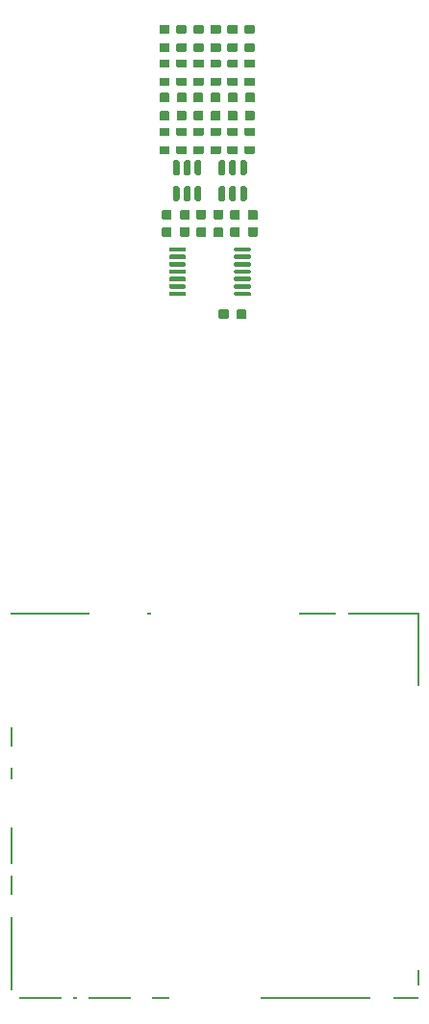
<source format=gbp>
G04 #@! TF.GenerationSoftware,KiCad,Pcbnew,7.0.7-7.0.7~ubuntu22.04.1*
G04 #@! TF.CreationDate,2023-09-10T05:13:53+00:00*
G04 #@! TF.ProjectId,hellen-112-17,68656c6c-656e-42d3-9131-322d31372e6b,B*
G04 #@! TF.SameCoordinates,Original*
G04 #@! TF.FileFunction,Paste,Bot*
G04 #@! TF.FilePolarity,Positive*
%FSLAX46Y46*%
G04 Gerber Fmt 4.6, Leading zero omitted, Abs format (unit mm)*
G04 Created by KiCad (PCBNEW 7.0.7-7.0.7~ubuntu22.04.1) date 2023-09-10 05:13:53*
%MOMM*%
%LPD*%
G01*
G04 APERTURE LIST*
%ADD10R,2.300000X0.200000*%
%ADD11R,3.700000X0.200000*%
%ADD12R,0.400000X0.200000*%
%ADD13R,1.600000X0.200000*%
%ADD14R,9.700000X0.200000*%
%ADD15R,0.200000X1.400000*%
%ADD16R,0.200000X6.400000*%
%ADD17R,0.200000X1.700000*%
%ADD18R,0.200000X3.300000*%
%ADD19R,0.200000X1.000000*%
%ADD20R,0.200000X1.800000*%
%ADD21R,7.000000X0.200000*%
%ADD22R,3.300000X0.200000*%
%ADD23R,6.300000X0.200000*%
G04 APERTURE END LIST*
D10*
G04 #@! TO.C,M4*
X60775005Y5124990D03*
D11*
X28575005Y5125000D03*
D12*
X31625005Y5125000D03*
D11*
X34675005Y5125000D03*
D13*
X39125005Y5125000D03*
D14*
X52775005Y5125000D03*
D15*
X61825005Y6925000D03*
D16*
X26025005Y9025000D03*
D17*
X26025005Y15075000D03*
D18*
X26025005Y18574990D03*
D19*
X26024995Y24925000D03*
D20*
X26025005Y28125000D03*
D16*
X61825005Y35825000D03*
D21*
X29424995Y38925000D03*
D12*
X38125005Y38925000D03*
D22*
X52975005Y38925000D03*
D23*
X58775005Y38925000D03*
G04 #@! TD*
G04 #@! TO.C,R49*
G36*
G01*
X43610000Y87650000D02*
X44390000Y87650000D01*
G75*
G02*
X44460000Y87580000I0J-70000D01*
G01*
X44460000Y87020000D01*
G75*
G02*
X44390000Y86950000I-70000J0D01*
G01*
X43610000Y86950000D01*
G75*
G02*
X43540000Y87020000I0J70000D01*
G01*
X43540000Y87580000D01*
G75*
G02*
X43610000Y87650000I70000J0D01*
G01*
G37*
G36*
G01*
X43610000Y86050000D02*
X44390000Y86050000D01*
G75*
G02*
X44460000Y85980000I0J-70000D01*
G01*
X44460000Y85420000D01*
G75*
G02*
X44390000Y85350000I-70000J0D01*
G01*
X43610000Y85350000D01*
G75*
G02*
X43540000Y85420000I0J70000D01*
G01*
X43540000Y85980000D01*
G75*
G02*
X43610000Y86050000I70000J0D01*
G01*
G37*
G04 #@! TD*
G04 #@! TO.C,C16*
G36*
G01*
X39160000Y84715001D02*
X39840000Y84715001D01*
G75*
G02*
X39925000Y84630001I0J-85000D01*
G01*
X39925000Y83950001D01*
G75*
G02*
X39840000Y83865001I-85000J0D01*
G01*
X39160000Y83865001D01*
G75*
G02*
X39075000Y83950001I0J85000D01*
G01*
X39075000Y84630001D01*
G75*
G02*
X39160000Y84715001I85000J0D01*
G01*
G37*
G36*
G01*
X39160000Y83134999D02*
X39840000Y83134999D01*
G75*
G02*
X39925000Y83049999I0J-85000D01*
G01*
X39925000Y82369999D01*
G75*
G02*
X39840000Y82284999I-85000J0D01*
G01*
X39160000Y82284999D01*
G75*
G02*
X39075000Y82369999I0J85000D01*
G01*
X39075000Y83049999D01*
G75*
G02*
X39160000Y83134999I85000J0D01*
G01*
G37*
G04 #@! TD*
G04 #@! TO.C,C17*
G36*
G01*
X42160000Y84715001D02*
X42840000Y84715001D01*
G75*
G02*
X42925000Y84630001I0J-85000D01*
G01*
X42925000Y83950001D01*
G75*
G02*
X42840000Y83865001I-85000J0D01*
G01*
X42160000Y83865001D01*
G75*
G02*
X42075000Y83950001I0J85000D01*
G01*
X42075000Y84630001D01*
G75*
G02*
X42160000Y84715001I85000J0D01*
G01*
G37*
G36*
G01*
X42160000Y83134999D02*
X42840000Y83134999D01*
G75*
G02*
X42925000Y83049999I0J-85000D01*
G01*
X42925000Y82369999D01*
G75*
G02*
X42840000Y82284999I-85000J0D01*
G01*
X42160000Y82284999D01*
G75*
G02*
X42075000Y82369999I0J85000D01*
G01*
X42075000Y83049999D01*
G75*
G02*
X42160000Y83134999I85000J0D01*
G01*
G37*
G04 #@! TD*
G04 #@! TO.C,R48*
G36*
G01*
X44390000Y79350000D02*
X43610000Y79350000D01*
G75*
G02*
X43540000Y79420000I0J70000D01*
G01*
X43540000Y79980000D01*
G75*
G02*
X43610000Y80050000I70000J0D01*
G01*
X44390000Y80050000D01*
G75*
G02*
X44460000Y79980000I0J-70000D01*
G01*
X44460000Y79420000D01*
G75*
G02*
X44390000Y79350000I-70000J0D01*
G01*
G37*
G36*
G01*
X44390000Y80950000D02*
X43610000Y80950000D01*
G75*
G02*
X43540000Y81020000I0J70000D01*
G01*
X43540000Y81580000D01*
G75*
G02*
X43610000Y81650000I70000J0D01*
G01*
X44390000Y81650000D01*
G75*
G02*
X44460000Y81580000I0J-70000D01*
G01*
X44460000Y81020000D01*
G75*
G02*
X44390000Y80950000I-70000J0D01*
G01*
G37*
G04 #@! TD*
G04 #@! TO.C,C18*
G36*
G01*
X40660000Y84715001D02*
X41340000Y84715001D01*
G75*
G02*
X41425000Y84630001I0J-85000D01*
G01*
X41425000Y83950001D01*
G75*
G02*
X41340000Y83865001I-85000J0D01*
G01*
X40660000Y83865001D01*
G75*
G02*
X40575000Y83950001I0J85000D01*
G01*
X40575000Y84630001D01*
G75*
G02*
X40660000Y84715001I85000J0D01*
G01*
G37*
G36*
G01*
X40660000Y83134999D02*
X41340000Y83134999D01*
G75*
G02*
X41425000Y83049999I0J-85000D01*
G01*
X41425000Y82369999D01*
G75*
G02*
X41340000Y82284999I-85000J0D01*
G01*
X40660000Y82284999D01*
G75*
G02*
X40575000Y82369999I0J85000D01*
G01*
X40575000Y83049999D01*
G75*
G02*
X40660000Y83134999I85000J0D01*
G01*
G37*
G04 #@! TD*
G04 #@! TO.C,R29*
G36*
G01*
X45110000Y87650000D02*
X45890000Y87650000D01*
G75*
G02*
X45960000Y87580000I0J-70000D01*
G01*
X45960000Y87020000D01*
G75*
G02*
X45890000Y86950000I-70000J0D01*
G01*
X45110000Y86950000D01*
G75*
G02*
X45040000Y87020000I0J70000D01*
G01*
X45040000Y87580000D01*
G75*
G02*
X45110000Y87650000I70000J0D01*
G01*
G37*
G36*
G01*
X45110000Y86050000D02*
X45890000Y86050000D01*
G75*
G02*
X45960000Y85980000I0J-70000D01*
G01*
X45960000Y85420000D01*
G75*
G02*
X45890000Y85350000I-70000J0D01*
G01*
X45110000Y85350000D01*
G75*
G02*
X45040000Y85420000I0J70000D01*
G01*
X45040000Y85980000D01*
G75*
G02*
X45110000Y86050000I70000J0D01*
G01*
G37*
G04 #@! TD*
G04 #@! TO.C,U2*
G36*
G01*
X39900000Y66950000D02*
X39900000Y67150000D01*
G75*
G02*
X40000000Y67250000I100000J0D01*
G01*
X41275000Y67250000D01*
G75*
G02*
X41375000Y67150000I0J-100000D01*
G01*
X41375000Y66950000D01*
G75*
G02*
X41275000Y66850000I-100000J0D01*
G01*
X40000000Y66850000D01*
G75*
G02*
X39900000Y66950000I0J100000D01*
G01*
G37*
G36*
G01*
X39900000Y67600000D02*
X39900000Y67800000D01*
G75*
G02*
X40000000Y67900000I100000J0D01*
G01*
X41275000Y67900000D01*
G75*
G02*
X41375000Y67800000I0J-100000D01*
G01*
X41375000Y67600000D01*
G75*
G02*
X41275000Y67500000I-100000J0D01*
G01*
X40000000Y67500000D01*
G75*
G02*
X39900000Y67600000I0J100000D01*
G01*
G37*
G36*
G01*
X39900000Y68250000D02*
X39900000Y68450000D01*
G75*
G02*
X40000000Y68550000I100000J0D01*
G01*
X41275000Y68550000D01*
G75*
G02*
X41375000Y68450000I0J-100000D01*
G01*
X41375000Y68250000D01*
G75*
G02*
X41275000Y68150000I-100000J0D01*
G01*
X40000000Y68150000D01*
G75*
G02*
X39900000Y68250000I0J100000D01*
G01*
G37*
G36*
G01*
X39900000Y68900000D02*
X39900000Y69100000D01*
G75*
G02*
X40000000Y69200000I100000J0D01*
G01*
X41275000Y69200000D01*
G75*
G02*
X41375000Y69100000I0J-100000D01*
G01*
X41375000Y68900000D01*
G75*
G02*
X41275000Y68800000I-100000J0D01*
G01*
X40000000Y68800000D01*
G75*
G02*
X39900000Y68900000I0J100000D01*
G01*
G37*
G36*
G01*
X39900000Y69550000D02*
X39900000Y69750000D01*
G75*
G02*
X40000000Y69850000I100000J0D01*
G01*
X41275000Y69850000D01*
G75*
G02*
X41375000Y69750000I0J-100000D01*
G01*
X41375000Y69550000D01*
G75*
G02*
X41275000Y69450000I-100000J0D01*
G01*
X40000000Y69450000D01*
G75*
G02*
X39900000Y69550000I0J100000D01*
G01*
G37*
G36*
G01*
X39900000Y70200000D02*
X39900000Y70400000D01*
G75*
G02*
X40000000Y70500000I100000J0D01*
G01*
X41275000Y70500000D01*
G75*
G02*
X41375000Y70400000I0J-100000D01*
G01*
X41375000Y70200000D01*
G75*
G02*
X41275000Y70100000I-100000J0D01*
G01*
X40000000Y70100000D01*
G75*
G02*
X39900000Y70200000I0J100000D01*
G01*
G37*
G36*
G01*
X39900000Y70850000D02*
X39900000Y71050000D01*
G75*
G02*
X40000000Y71150000I100000J0D01*
G01*
X41275000Y71150000D01*
G75*
G02*
X41375000Y71050000I0J-100000D01*
G01*
X41375000Y70850000D01*
G75*
G02*
X41275000Y70750000I-100000J0D01*
G01*
X40000000Y70750000D01*
G75*
G02*
X39900000Y70850000I0J100000D01*
G01*
G37*
G36*
G01*
X45625000Y70850000D02*
X45625000Y71050000D01*
G75*
G02*
X45725000Y71150000I100000J0D01*
G01*
X47000000Y71150000D01*
G75*
G02*
X47100000Y71050000I0J-100000D01*
G01*
X47100000Y70850000D01*
G75*
G02*
X47000000Y70750000I-100000J0D01*
G01*
X45725000Y70750000D01*
G75*
G02*
X45625000Y70850000I0J100000D01*
G01*
G37*
G36*
G01*
X45625000Y70200000D02*
X45625000Y70400000D01*
G75*
G02*
X45725000Y70500000I100000J0D01*
G01*
X47000000Y70500000D01*
G75*
G02*
X47100000Y70400000I0J-100000D01*
G01*
X47100000Y70200000D01*
G75*
G02*
X47000000Y70100000I-100000J0D01*
G01*
X45725000Y70100000D01*
G75*
G02*
X45625000Y70200000I0J100000D01*
G01*
G37*
G36*
G01*
X45625000Y69550000D02*
X45625000Y69750000D01*
G75*
G02*
X45725000Y69850000I100000J0D01*
G01*
X47000000Y69850000D01*
G75*
G02*
X47100000Y69750000I0J-100000D01*
G01*
X47100000Y69550000D01*
G75*
G02*
X47000000Y69450000I-100000J0D01*
G01*
X45725000Y69450000D01*
G75*
G02*
X45625000Y69550000I0J100000D01*
G01*
G37*
G36*
G01*
X45625000Y68900000D02*
X45625000Y69100000D01*
G75*
G02*
X45725000Y69200000I100000J0D01*
G01*
X47000000Y69200000D01*
G75*
G02*
X47100000Y69100000I0J-100000D01*
G01*
X47100000Y68900000D01*
G75*
G02*
X47000000Y68800000I-100000J0D01*
G01*
X45725000Y68800000D01*
G75*
G02*
X45625000Y68900000I0J100000D01*
G01*
G37*
G36*
G01*
X45625000Y68250000D02*
X45625000Y68450000D01*
G75*
G02*
X45725000Y68550000I100000J0D01*
G01*
X47000000Y68550000D01*
G75*
G02*
X47100000Y68450000I0J-100000D01*
G01*
X47100000Y68250000D01*
G75*
G02*
X47000000Y68150000I-100000J0D01*
G01*
X45725000Y68150000D01*
G75*
G02*
X45625000Y68250000I0J100000D01*
G01*
G37*
G36*
G01*
X45625000Y67600000D02*
X45625000Y67800000D01*
G75*
G02*
X45725000Y67900000I100000J0D01*
G01*
X47000000Y67900000D01*
G75*
G02*
X47100000Y67800000I0J-100000D01*
G01*
X47100000Y67600000D01*
G75*
G02*
X47000000Y67500000I-100000J0D01*
G01*
X45725000Y67500000D01*
G75*
G02*
X45625000Y67600000I0J100000D01*
G01*
G37*
G36*
G01*
X45625000Y66950000D02*
X45625000Y67150000D01*
G75*
G02*
X45725000Y67250000I100000J0D01*
G01*
X47000000Y67250000D01*
G75*
G02*
X47100000Y67150000I0J-100000D01*
G01*
X47100000Y66950000D01*
G75*
G02*
X47000000Y66850000I-100000J0D01*
G01*
X45725000Y66850000D01*
G75*
G02*
X45625000Y66950000I0J100000D01*
G01*
G37*
G04 #@! TD*
G04 #@! TO.C,C25*
G36*
G01*
X44590000Y72034999D02*
X43910000Y72034999D01*
G75*
G02*
X43825000Y72119999I0J85000D01*
G01*
X43825000Y72799999D01*
G75*
G02*
X43910000Y72884999I85000J0D01*
G01*
X44590000Y72884999D01*
G75*
G02*
X44675000Y72799999I0J-85000D01*
G01*
X44675000Y72119999D01*
G75*
G02*
X44590000Y72034999I-85000J0D01*
G01*
G37*
G36*
G01*
X44590000Y73615001D02*
X43910000Y73615001D01*
G75*
G02*
X43825000Y73700001I0J85000D01*
G01*
X43825000Y74380001D01*
G75*
G02*
X43910000Y74465001I85000J0D01*
G01*
X44590000Y74465001D01*
G75*
G02*
X44675000Y74380001I0J-85000D01*
G01*
X44675000Y73700001D01*
G75*
G02*
X44590000Y73615001I-85000J0D01*
G01*
G37*
G04 #@! TD*
G04 #@! TO.C,R32*
G36*
G01*
X41390000Y79350000D02*
X40610000Y79350000D01*
G75*
G02*
X40540000Y79420000I0J70000D01*
G01*
X40540000Y79980000D01*
G75*
G02*
X40610000Y80050000I70000J0D01*
G01*
X41390000Y80050000D01*
G75*
G02*
X41460000Y79980000I0J-70000D01*
G01*
X41460000Y79420000D01*
G75*
G02*
X41390000Y79350000I-70000J0D01*
G01*
G37*
G36*
G01*
X41390000Y80950000D02*
X40610000Y80950000D01*
G75*
G02*
X40540000Y81020000I0J70000D01*
G01*
X40540000Y81580000D01*
G75*
G02*
X40610000Y81650000I70000J0D01*
G01*
X41390000Y81650000D01*
G75*
G02*
X41460000Y81580000I0J-70000D01*
G01*
X41460000Y81020000D01*
G75*
G02*
X41390000Y80950000I-70000J0D01*
G01*
G37*
G04 #@! TD*
G04 #@! TO.C,R30*
G36*
G01*
X39890000Y79350000D02*
X39110000Y79350000D01*
G75*
G02*
X39040000Y79420000I0J70000D01*
G01*
X39040000Y79980000D01*
G75*
G02*
X39110000Y80050000I70000J0D01*
G01*
X39890000Y80050000D01*
G75*
G02*
X39960000Y79980000I0J-70000D01*
G01*
X39960000Y79420000D01*
G75*
G02*
X39890000Y79350000I-70000J0D01*
G01*
G37*
G36*
G01*
X39890000Y80950000D02*
X39110000Y80950000D01*
G75*
G02*
X39040000Y81020000I0J70000D01*
G01*
X39040000Y81580000D01*
G75*
G02*
X39110000Y81650000I70000J0D01*
G01*
X39890000Y81650000D01*
G75*
G02*
X39960000Y81580000I0J-70000D01*
G01*
X39960000Y81020000D01*
G75*
G02*
X39890000Y80950000I-70000J0D01*
G01*
G37*
G04 #@! TD*
G04 #@! TO.C,R43*
G36*
G01*
X45890000Y79350000D02*
X45110000Y79350000D01*
G75*
G02*
X45040000Y79420000I0J70000D01*
G01*
X45040000Y79980000D01*
G75*
G02*
X45110000Y80050000I70000J0D01*
G01*
X45890000Y80050000D01*
G75*
G02*
X45960000Y79980000I0J-70000D01*
G01*
X45960000Y79420000D01*
G75*
G02*
X45890000Y79350000I-70000J0D01*
G01*
G37*
G36*
G01*
X45890000Y80950000D02*
X45110000Y80950000D01*
G75*
G02*
X45040000Y81020000I0J70000D01*
G01*
X45040000Y81580000D01*
G75*
G02*
X45110000Y81650000I70000J0D01*
G01*
X45890000Y81650000D01*
G75*
G02*
X45960000Y81580000I0J-70000D01*
G01*
X45960000Y81020000D01*
G75*
G02*
X45890000Y80950000I-70000J0D01*
G01*
G37*
G04 #@! TD*
G04 #@! TO.C,C15*
G36*
G01*
X43660000Y84715001D02*
X44340000Y84715001D01*
G75*
G02*
X44425000Y84630001I0J-85000D01*
G01*
X44425000Y83950001D01*
G75*
G02*
X44340000Y83865001I-85000J0D01*
G01*
X43660000Y83865001D01*
G75*
G02*
X43575000Y83950001I0J85000D01*
G01*
X43575000Y84630001D01*
G75*
G02*
X43660000Y84715001I85000J0D01*
G01*
G37*
G36*
G01*
X43660000Y83134999D02*
X44340000Y83134999D01*
G75*
G02*
X44425000Y83049999I0J-85000D01*
G01*
X44425000Y82369999D01*
G75*
G02*
X44340000Y82284999I-85000J0D01*
G01*
X43660000Y82284999D01*
G75*
G02*
X43575000Y82369999I0J85000D01*
G01*
X43575000Y83049999D01*
G75*
G02*
X43660000Y83134999I85000J0D01*
G01*
G37*
G04 #@! TD*
G04 #@! TO.C,D11*
G36*
G01*
X46600000Y75200000D02*
X46300000Y75200000D01*
G75*
G02*
X46150000Y75350000I0J150000D01*
G01*
X46150000Y76375000D01*
G75*
G02*
X46300000Y76525000I150000J0D01*
G01*
X46600000Y76525000D01*
G75*
G02*
X46750000Y76375000I0J-150000D01*
G01*
X46750000Y75350000D01*
G75*
G02*
X46600000Y75200000I-150000J0D01*
G01*
G37*
G36*
G01*
X45650000Y75200000D02*
X45350000Y75200000D01*
G75*
G02*
X45200000Y75350000I0J150000D01*
G01*
X45200000Y76375000D01*
G75*
G02*
X45350000Y76525000I150000J0D01*
G01*
X45650000Y76525000D01*
G75*
G02*
X45800000Y76375000I0J-150000D01*
G01*
X45800000Y75350000D01*
G75*
G02*
X45650000Y75200000I-150000J0D01*
G01*
G37*
G36*
G01*
X44700000Y75200000D02*
X44400000Y75200000D01*
G75*
G02*
X44250000Y75350000I0J150000D01*
G01*
X44250000Y76375000D01*
G75*
G02*
X44400000Y76525000I150000J0D01*
G01*
X44700000Y76525000D01*
G75*
G02*
X44850000Y76375000I0J-150000D01*
G01*
X44850000Y75350000D01*
G75*
G02*
X44700000Y75200000I-150000J0D01*
G01*
G37*
G36*
G01*
X44700000Y77475000D02*
X44400000Y77475000D01*
G75*
G02*
X44250000Y77625000I0J150000D01*
G01*
X44250000Y78650000D01*
G75*
G02*
X44400000Y78800000I150000J0D01*
G01*
X44700000Y78800000D01*
G75*
G02*
X44850000Y78650000I0J-150000D01*
G01*
X44850000Y77625000D01*
G75*
G02*
X44700000Y77475000I-150000J0D01*
G01*
G37*
G36*
G01*
X45650000Y77475000D02*
X45350000Y77475000D01*
G75*
G02*
X45200000Y77625000I0J150000D01*
G01*
X45200000Y78650000D01*
G75*
G02*
X45350000Y78800000I150000J0D01*
G01*
X45650000Y78800000D01*
G75*
G02*
X45800000Y78650000I0J-150000D01*
G01*
X45800000Y77625000D01*
G75*
G02*
X45650000Y77475000I-150000J0D01*
G01*
G37*
G36*
G01*
X46600000Y77475000D02*
X46300000Y77475000D01*
G75*
G02*
X46150000Y77625000I0J150000D01*
G01*
X46150000Y78650000D01*
G75*
G02*
X46300000Y78800000I150000J0D01*
G01*
X46600000Y78800000D01*
G75*
G02*
X46750000Y78650000I0J-150000D01*
G01*
X46750000Y77625000D01*
G75*
G02*
X46600000Y77475000I-150000J0D01*
G01*
G37*
G04 #@! TD*
G04 #@! TO.C,C23*
G36*
G01*
X41715001Y72840000D02*
X41715001Y72160000D01*
G75*
G02*
X41630001Y72075000I-85000J0D01*
G01*
X40950001Y72075000D01*
G75*
G02*
X40865001Y72160000I0J85000D01*
G01*
X40865001Y72840000D01*
G75*
G02*
X40950001Y72925000I85000J0D01*
G01*
X41630001Y72925000D01*
G75*
G02*
X41715001Y72840000I0J-85000D01*
G01*
G37*
G36*
G01*
X40134999Y72840000D02*
X40134999Y72160000D01*
G75*
G02*
X40049999Y72075000I-85000J0D01*
G01*
X39369999Y72075000D01*
G75*
G02*
X39284999Y72160000I0J85000D01*
G01*
X39284999Y72840000D01*
G75*
G02*
X39369999Y72925000I85000J0D01*
G01*
X40049999Y72925000D01*
G75*
G02*
X40134999Y72840000I0J-85000D01*
G01*
G37*
G04 #@! TD*
G04 #@! TO.C,R25*
G36*
G01*
X39110000Y87650000D02*
X39890000Y87650000D01*
G75*
G02*
X39960000Y87580000I0J-70000D01*
G01*
X39960000Y87020000D01*
G75*
G02*
X39890000Y86950000I-70000J0D01*
G01*
X39110000Y86950000D01*
G75*
G02*
X39040000Y87020000I0J70000D01*
G01*
X39040000Y87580000D01*
G75*
G02*
X39110000Y87650000I70000J0D01*
G01*
G37*
G36*
G01*
X39110000Y86050000D02*
X39890000Y86050000D01*
G75*
G02*
X39960000Y85980000I0J-70000D01*
G01*
X39960000Y85420000D01*
G75*
G02*
X39890000Y85350000I-70000J0D01*
G01*
X39110000Y85350000D01*
G75*
G02*
X39040000Y85420000I0J70000D01*
G01*
X39040000Y85980000D01*
G75*
G02*
X39110000Y86050000I70000J0D01*
G01*
G37*
G04 #@! TD*
G04 #@! TO.C,C19*
G36*
G01*
X46660000Y84715001D02*
X47340000Y84715001D01*
G75*
G02*
X47425000Y84630001I0J-85000D01*
G01*
X47425000Y83950001D01*
G75*
G02*
X47340000Y83865001I-85000J0D01*
G01*
X46660000Y83865001D01*
G75*
G02*
X46575000Y83950001I0J85000D01*
G01*
X46575000Y84630001D01*
G75*
G02*
X46660000Y84715001I85000J0D01*
G01*
G37*
G36*
G01*
X46660000Y83134999D02*
X47340000Y83134999D01*
G75*
G02*
X47425000Y83049999I0J-85000D01*
G01*
X47425000Y82369999D01*
G75*
G02*
X47340000Y82284999I-85000J0D01*
G01*
X46660000Y82284999D01*
G75*
G02*
X46575000Y82369999I0J85000D01*
G01*
X46575000Y83049999D01*
G75*
G02*
X46660000Y83134999I85000J0D01*
G01*
G37*
G04 #@! TD*
G04 #@! TO.C,R21*
G36*
G01*
X39110954Y90650000D02*
X39890954Y90650000D01*
G75*
G02*
X39960954Y90580000I0J-70000D01*
G01*
X39960954Y90020000D01*
G75*
G02*
X39890954Y89950000I-70000J0D01*
G01*
X39110954Y89950000D01*
G75*
G02*
X39040954Y90020000I0J70000D01*
G01*
X39040954Y90580000D01*
G75*
G02*
X39110954Y90650000I70000J0D01*
G01*
G37*
G36*
G01*
X39110954Y89050000D02*
X39890954Y89050000D01*
G75*
G02*
X39960954Y88980000I0J-70000D01*
G01*
X39960954Y88420000D01*
G75*
G02*
X39890954Y88350000I-70000J0D01*
G01*
X39110954Y88350000D01*
G75*
G02*
X39040954Y88420000I0J70000D01*
G01*
X39040954Y88980000D01*
G75*
G02*
X39110954Y89050000I70000J0D01*
G01*
G37*
G04 #@! TD*
G04 #@! TO.C,C21*
G36*
G01*
X44284999Y64910000D02*
X44284999Y65590000D01*
G75*
G02*
X44369999Y65675000I85000J0D01*
G01*
X45049999Y65675000D01*
G75*
G02*
X45134999Y65590000I0J-85000D01*
G01*
X45134999Y64910000D01*
G75*
G02*
X45049999Y64825000I-85000J0D01*
G01*
X44369999Y64825000D01*
G75*
G02*
X44284999Y64910000I0J85000D01*
G01*
G37*
G36*
G01*
X45865001Y64910000D02*
X45865001Y65590000D01*
G75*
G02*
X45950001Y65675000I85000J0D01*
G01*
X46630001Y65675000D01*
G75*
G02*
X46715001Y65590000I0J-85000D01*
G01*
X46715001Y64910000D01*
G75*
G02*
X46630001Y64825000I-85000J0D01*
G01*
X45950001Y64825000D01*
G75*
G02*
X45865001Y64910000I0J85000D01*
G01*
G37*
G04 #@! TD*
G04 #@! TO.C,R26*
G36*
G01*
X42110000Y87650000D02*
X42890000Y87650000D01*
G75*
G02*
X42960000Y87580000I0J-70000D01*
G01*
X42960000Y87020000D01*
G75*
G02*
X42890000Y86950000I-70000J0D01*
G01*
X42110000Y86950000D01*
G75*
G02*
X42040000Y87020000I0J70000D01*
G01*
X42040000Y87580000D01*
G75*
G02*
X42110000Y87650000I70000J0D01*
G01*
G37*
G36*
G01*
X42110000Y86050000D02*
X42890000Y86050000D01*
G75*
G02*
X42960000Y85980000I0J-70000D01*
G01*
X42960000Y85420000D01*
G75*
G02*
X42890000Y85350000I-70000J0D01*
G01*
X42110000Y85350000D01*
G75*
G02*
X42040000Y85420000I0J70000D01*
G01*
X42040000Y85980000D01*
G75*
G02*
X42110000Y86050000I70000J0D01*
G01*
G37*
G04 #@! TD*
G04 #@! TO.C,C28*
G36*
G01*
X45160000Y84715001D02*
X45840000Y84715001D01*
G75*
G02*
X45925000Y84630001I0J-85000D01*
G01*
X45925000Y83950001D01*
G75*
G02*
X45840000Y83865001I-85000J0D01*
G01*
X45160000Y83865001D01*
G75*
G02*
X45075000Y83950001I0J85000D01*
G01*
X45075000Y84630001D01*
G75*
G02*
X45160000Y84715001I85000J0D01*
G01*
G37*
G36*
G01*
X45160000Y83134999D02*
X45840000Y83134999D01*
G75*
G02*
X45925000Y83049999I0J-85000D01*
G01*
X45925000Y82369999D01*
G75*
G02*
X45840000Y82284999I-85000J0D01*
G01*
X45160000Y82284999D01*
G75*
G02*
X45075000Y82369999I0J85000D01*
G01*
X45075000Y83049999D01*
G75*
G02*
X45160000Y83134999I85000J0D01*
G01*
G37*
G04 #@! TD*
G04 #@! TO.C,R23*
G36*
G01*
X40610000Y90650000D02*
X41390000Y90650000D01*
G75*
G02*
X41460000Y90580000I0J-70000D01*
G01*
X41460000Y90020000D01*
G75*
G02*
X41390000Y89950000I-70000J0D01*
G01*
X40610000Y89950000D01*
G75*
G02*
X40540000Y90020000I0J70000D01*
G01*
X40540000Y90580000D01*
G75*
G02*
X40610000Y90650000I70000J0D01*
G01*
G37*
G36*
G01*
X40610000Y89050000D02*
X41390000Y89050000D01*
G75*
G02*
X41460000Y88980000I0J-70000D01*
G01*
X41460000Y88420000D01*
G75*
G02*
X41390000Y88350000I-70000J0D01*
G01*
X40610000Y88350000D01*
G75*
G02*
X40540000Y88420000I0J70000D01*
G01*
X40540000Y88980000D01*
G75*
G02*
X40610000Y89050000I70000J0D01*
G01*
G37*
G04 #@! TD*
G04 #@! TO.C,C26*
G36*
G01*
X47715001Y74340000D02*
X47715001Y73660000D01*
G75*
G02*
X47630001Y73575000I-85000J0D01*
G01*
X46950001Y73575000D01*
G75*
G02*
X46865001Y73660000I0J85000D01*
G01*
X46865001Y74340000D01*
G75*
G02*
X46950001Y74425000I85000J0D01*
G01*
X47630001Y74425000D01*
G75*
G02*
X47715001Y74340000I0J-85000D01*
G01*
G37*
G36*
G01*
X46134999Y74340000D02*
X46134999Y73660000D01*
G75*
G02*
X46049999Y73575000I-85000J0D01*
G01*
X45369999Y73575000D01*
G75*
G02*
X45284999Y73660000I0J85000D01*
G01*
X45284999Y74340000D01*
G75*
G02*
X45369999Y74425000I85000J0D01*
G01*
X46049999Y74425000D01*
G75*
G02*
X46134999Y74340000I0J-85000D01*
G01*
G37*
G04 #@! TD*
G04 #@! TO.C,R31*
G36*
G01*
X42890000Y79350000D02*
X42110000Y79350000D01*
G75*
G02*
X42040000Y79420000I0J70000D01*
G01*
X42040000Y79980000D01*
G75*
G02*
X42110000Y80050000I70000J0D01*
G01*
X42890000Y80050000D01*
G75*
G02*
X42960000Y79980000I0J-70000D01*
G01*
X42960000Y79420000D01*
G75*
G02*
X42890000Y79350000I-70000J0D01*
G01*
G37*
G36*
G01*
X42890000Y80950000D02*
X42110000Y80950000D01*
G75*
G02*
X42040000Y81020000I0J70000D01*
G01*
X42040000Y81580000D01*
G75*
G02*
X42110000Y81650000I70000J0D01*
G01*
X42890000Y81650000D01*
G75*
G02*
X42960000Y81580000I0J-70000D01*
G01*
X42960000Y81020000D01*
G75*
G02*
X42890000Y80950000I-70000J0D01*
G01*
G37*
G04 #@! TD*
G04 #@! TO.C,C24*
G36*
G01*
X45284999Y72160000D02*
X45284999Y72840000D01*
G75*
G02*
X45369999Y72925000I85000J0D01*
G01*
X46049999Y72925000D01*
G75*
G02*
X46134999Y72840000I0J-85000D01*
G01*
X46134999Y72160000D01*
G75*
G02*
X46049999Y72075000I-85000J0D01*
G01*
X45369999Y72075000D01*
G75*
G02*
X45284999Y72160000I0J85000D01*
G01*
G37*
G36*
G01*
X46865001Y72160000D02*
X46865001Y72840000D01*
G75*
G02*
X46950001Y72925000I85000J0D01*
G01*
X47630001Y72925000D01*
G75*
G02*
X47715001Y72840000I0J-85000D01*
G01*
X47715001Y72160000D01*
G75*
G02*
X47630001Y72075000I-85000J0D01*
G01*
X46950001Y72075000D01*
G75*
G02*
X46865001Y72160000I0J85000D01*
G01*
G37*
G04 #@! TD*
G04 #@! TO.C,D10*
G36*
G01*
X42600000Y75200000D02*
X42300000Y75200000D01*
G75*
G02*
X42150000Y75350000I0J150000D01*
G01*
X42150000Y76375000D01*
G75*
G02*
X42300000Y76525000I150000J0D01*
G01*
X42600000Y76525000D01*
G75*
G02*
X42750000Y76375000I0J-150000D01*
G01*
X42750000Y75350000D01*
G75*
G02*
X42600000Y75200000I-150000J0D01*
G01*
G37*
G36*
G01*
X41650000Y75200000D02*
X41350000Y75200000D01*
G75*
G02*
X41200000Y75350000I0J150000D01*
G01*
X41200000Y76375000D01*
G75*
G02*
X41350000Y76525000I150000J0D01*
G01*
X41650000Y76525000D01*
G75*
G02*
X41800000Y76375000I0J-150000D01*
G01*
X41800000Y75350000D01*
G75*
G02*
X41650000Y75200000I-150000J0D01*
G01*
G37*
G36*
G01*
X40700000Y75200000D02*
X40400000Y75200000D01*
G75*
G02*
X40250000Y75350000I0J150000D01*
G01*
X40250000Y76375000D01*
G75*
G02*
X40400000Y76525000I150000J0D01*
G01*
X40700000Y76525000D01*
G75*
G02*
X40850000Y76375000I0J-150000D01*
G01*
X40850000Y75350000D01*
G75*
G02*
X40700000Y75200000I-150000J0D01*
G01*
G37*
G36*
G01*
X40700000Y77475000D02*
X40400000Y77475000D01*
G75*
G02*
X40250000Y77625000I0J150000D01*
G01*
X40250000Y78650000D01*
G75*
G02*
X40400000Y78800000I150000J0D01*
G01*
X40700000Y78800000D01*
G75*
G02*
X40850000Y78650000I0J-150000D01*
G01*
X40850000Y77625000D01*
G75*
G02*
X40700000Y77475000I-150000J0D01*
G01*
G37*
G36*
G01*
X41650000Y77475000D02*
X41350000Y77475000D01*
G75*
G02*
X41200000Y77625000I0J150000D01*
G01*
X41200000Y78650000D01*
G75*
G02*
X41350000Y78800000I150000J0D01*
G01*
X41650000Y78800000D01*
G75*
G02*
X41800000Y78650000I0J-150000D01*
G01*
X41800000Y77625000D01*
G75*
G02*
X41650000Y77475000I-150000J0D01*
G01*
G37*
G36*
G01*
X42600000Y77475000D02*
X42300000Y77475000D01*
G75*
G02*
X42150000Y77625000I0J150000D01*
G01*
X42150000Y78650000D01*
G75*
G02*
X42300000Y78800000I150000J0D01*
G01*
X42600000Y78800000D01*
G75*
G02*
X42750000Y78650000I0J-150000D01*
G01*
X42750000Y77625000D01*
G75*
G02*
X42600000Y77475000I-150000J0D01*
G01*
G37*
G04 #@! TD*
G04 #@! TO.C,R50*
G36*
G01*
X45110000Y90650000D02*
X45890000Y90650000D01*
G75*
G02*
X45960000Y90580000I0J-70000D01*
G01*
X45960000Y90020000D01*
G75*
G02*
X45890000Y89950000I-70000J0D01*
G01*
X45110000Y89950000D01*
G75*
G02*
X45040000Y90020000I0J70000D01*
G01*
X45040000Y90580000D01*
G75*
G02*
X45110000Y90650000I70000J0D01*
G01*
G37*
G36*
G01*
X45110000Y89050000D02*
X45890000Y89050000D01*
G75*
G02*
X45960000Y88980000I0J-70000D01*
G01*
X45960000Y88420000D01*
G75*
G02*
X45890000Y88350000I-70000J0D01*
G01*
X45110000Y88350000D01*
G75*
G02*
X45040000Y88420000I0J70000D01*
G01*
X45040000Y88980000D01*
G75*
G02*
X45110000Y89050000I70000J0D01*
G01*
G37*
G04 #@! TD*
G04 #@! TO.C,R24*
G36*
G01*
X46610000Y90650000D02*
X47390000Y90650000D01*
G75*
G02*
X47460000Y90580000I0J-70000D01*
G01*
X47460000Y90020000D01*
G75*
G02*
X47390000Y89950000I-70000J0D01*
G01*
X46610000Y89950000D01*
G75*
G02*
X46540000Y90020000I0J70000D01*
G01*
X46540000Y90580000D01*
G75*
G02*
X46610000Y90650000I70000J0D01*
G01*
G37*
G36*
G01*
X46610000Y89050000D02*
X47390000Y89050000D01*
G75*
G02*
X47460000Y88980000I0J-70000D01*
G01*
X47460000Y88420000D01*
G75*
G02*
X47390000Y88350000I-70000J0D01*
G01*
X46610000Y88350000D01*
G75*
G02*
X46540000Y88420000I0J70000D01*
G01*
X46540000Y88980000D01*
G75*
G02*
X46610000Y89050000I70000J0D01*
G01*
G37*
G04 #@! TD*
G04 #@! TO.C,R27*
G36*
G01*
X40610000Y87650000D02*
X41390000Y87650000D01*
G75*
G02*
X41460000Y87580000I0J-70000D01*
G01*
X41460000Y87020000D01*
G75*
G02*
X41390000Y86950000I-70000J0D01*
G01*
X40610000Y86950000D01*
G75*
G02*
X40540000Y87020000I0J70000D01*
G01*
X40540000Y87580000D01*
G75*
G02*
X40610000Y87650000I70000J0D01*
G01*
G37*
G36*
G01*
X40610000Y86050000D02*
X41390000Y86050000D01*
G75*
G02*
X41460000Y85980000I0J-70000D01*
G01*
X41460000Y85420000D01*
G75*
G02*
X41390000Y85350000I-70000J0D01*
G01*
X40610000Y85350000D01*
G75*
G02*
X40540000Y85420000I0J70000D01*
G01*
X40540000Y85980000D01*
G75*
G02*
X40610000Y86050000I70000J0D01*
G01*
G37*
G04 #@! TD*
G04 #@! TO.C,R42*
G36*
G01*
X47390000Y79350000D02*
X46610000Y79350000D01*
G75*
G02*
X46540000Y79420000I0J70000D01*
G01*
X46540000Y79980000D01*
G75*
G02*
X46610000Y80050000I70000J0D01*
G01*
X47390000Y80050000D01*
G75*
G02*
X47460000Y79980000I0J-70000D01*
G01*
X47460000Y79420000D01*
G75*
G02*
X47390000Y79350000I-70000J0D01*
G01*
G37*
G36*
G01*
X47390000Y80950000D02*
X46610000Y80950000D01*
G75*
G02*
X46540000Y81020000I0J70000D01*
G01*
X46540000Y81580000D01*
G75*
G02*
X46610000Y81650000I70000J0D01*
G01*
X47390000Y81650000D01*
G75*
G02*
X47460000Y81580000I0J-70000D01*
G01*
X47460000Y81020000D01*
G75*
G02*
X47390000Y80950000I-70000J0D01*
G01*
G37*
G04 #@! TD*
G04 #@! TO.C,R28*
G36*
G01*
X46610000Y87650000D02*
X47390000Y87650000D01*
G75*
G02*
X47460000Y87580000I0J-70000D01*
G01*
X47460000Y87020000D01*
G75*
G02*
X47390000Y86950000I-70000J0D01*
G01*
X46610000Y86950000D01*
G75*
G02*
X46540000Y87020000I0J70000D01*
G01*
X46540000Y87580000D01*
G75*
G02*
X46610000Y87650000I70000J0D01*
G01*
G37*
G36*
G01*
X46610000Y86050000D02*
X47390000Y86050000D01*
G75*
G02*
X47460000Y85980000I0J-70000D01*
G01*
X47460000Y85420000D01*
G75*
G02*
X47390000Y85350000I-70000J0D01*
G01*
X46610000Y85350000D01*
G75*
G02*
X46540000Y85420000I0J70000D01*
G01*
X46540000Y85980000D01*
G75*
G02*
X46610000Y86050000I70000J0D01*
G01*
G37*
G04 #@! TD*
G04 #@! TO.C,R22*
G36*
G01*
X42110000Y90650000D02*
X42890000Y90650000D01*
G75*
G02*
X42960000Y90580000I0J-70000D01*
G01*
X42960000Y90020000D01*
G75*
G02*
X42890000Y89950000I-70000J0D01*
G01*
X42110000Y89950000D01*
G75*
G02*
X42040000Y90020000I0J70000D01*
G01*
X42040000Y90580000D01*
G75*
G02*
X42110000Y90650000I70000J0D01*
G01*
G37*
G36*
G01*
X42110000Y89050000D02*
X42890000Y89050000D01*
G75*
G02*
X42960000Y88980000I0J-70000D01*
G01*
X42960000Y88420000D01*
G75*
G02*
X42890000Y88350000I-70000J0D01*
G01*
X42110000Y88350000D01*
G75*
G02*
X42040000Y88420000I0J70000D01*
G01*
X42040000Y88980000D01*
G75*
G02*
X42110000Y89050000I70000J0D01*
G01*
G37*
G04 #@! TD*
G04 #@! TO.C,C22*
G36*
G01*
X43090000Y72034999D02*
X42410000Y72034999D01*
G75*
G02*
X42325000Y72119999I0J85000D01*
G01*
X42325000Y72799999D01*
G75*
G02*
X42410000Y72884999I85000J0D01*
G01*
X43090000Y72884999D01*
G75*
G02*
X43175000Y72799999I0J-85000D01*
G01*
X43175000Y72119999D01*
G75*
G02*
X43090000Y72034999I-85000J0D01*
G01*
G37*
G36*
G01*
X43090000Y73615001D02*
X42410000Y73615001D01*
G75*
G02*
X42325000Y73700001I0J85000D01*
G01*
X42325000Y74380001D01*
G75*
G02*
X42410000Y74465001I85000J0D01*
G01*
X43090000Y74465001D01*
G75*
G02*
X43175000Y74380001I0J-85000D01*
G01*
X43175000Y73700001D01*
G75*
G02*
X43090000Y73615001I-85000J0D01*
G01*
G37*
G04 #@! TD*
G04 #@! TO.C,C20*
G36*
G01*
X41715001Y74340000D02*
X41715001Y73660000D01*
G75*
G02*
X41630001Y73575000I-85000J0D01*
G01*
X40950001Y73575000D01*
G75*
G02*
X40865001Y73660000I0J85000D01*
G01*
X40865001Y74340000D01*
G75*
G02*
X40950001Y74425000I85000J0D01*
G01*
X41630001Y74425000D01*
G75*
G02*
X41715001Y74340000I0J-85000D01*
G01*
G37*
G36*
G01*
X40134999Y74340000D02*
X40134999Y73660000D01*
G75*
G02*
X40049999Y73575000I-85000J0D01*
G01*
X39369999Y73575000D01*
G75*
G02*
X39284999Y73660000I0J85000D01*
G01*
X39284999Y74340000D01*
G75*
G02*
X39369999Y74425000I85000J0D01*
G01*
X40049999Y74425000D01*
G75*
G02*
X40134999Y74340000I0J-85000D01*
G01*
G37*
G04 #@! TD*
G04 #@! TO.C,R51*
G36*
G01*
X43610000Y90650000D02*
X44390000Y90650000D01*
G75*
G02*
X44460000Y90580000I0J-70000D01*
G01*
X44460000Y90020000D01*
G75*
G02*
X44390000Y89950000I-70000J0D01*
G01*
X43610000Y89950000D01*
G75*
G02*
X43540000Y90020000I0J70000D01*
G01*
X43540000Y90580000D01*
G75*
G02*
X43610000Y90650000I70000J0D01*
G01*
G37*
G36*
G01*
X43610000Y89050000D02*
X44390000Y89050000D01*
G75*
G02*
X44460000Y88980000I0J-70000D01*
G01*
X44460000Y88420000D01*
G75*
G02*
X44390000Y88350000I-70000J0D01*
G01*
X43610000Y88350000D01*
G75*
G02*
X43540000Y88420000I0J70000D01*
G01*
X43540000Y88980000D01*
G75*
G02*
X43610000Y89050000I70000J0D01*
G01*
G37*
G04 #@! TD*
M02*

</source>
